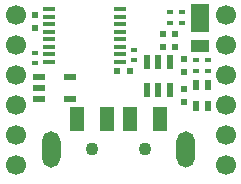
<source format=gbr>
G04 #@! TF.GenerationSoftware,KiCad,Pcbnew,(5.1.9-0-10_14)*
G04 #@! TF.CreationDate,2021-02-12T10:42:39+01:00*
G04 #@! TF.ProjectId,l0_USBA,6c305f55-5342-4412-9e6b-696361645f70,rev?*
G04 #@! TF.SameCoordinates,Original*
G04 #@! TF.FileFunction,Soldermask,Top*
G04 #@! TF.FilePolarity,Negative*
%FSLAX46Y46*%
G04 Gerber Fmt 4.6, Leading zero omitted, Abs format (unit mm)*
G04 Created by KiCad (PCBNEW (5.1.9-0-10_14)) date 2021-02-12 10:42:39*
%MOMM*%
%LPD*%
G01*
G04 APERTURE LIST*
%ADD10C,1.100000*%
%ADD11R,1.200000X2.000000*%
%ADD12R,0.600000X1.200000*%
%ADD13R,1.000000X0.300000*%
%ADD14R,1.500000X2.410000*%
%ADD15R,1.500000X1.050000*%
%ADD16R,0.500000X0.850000*%
%ADD17C,1.700000*%
%ADD18R,0.500000X0.600000*%
%ADD19R,0.600000X0.500000*%
%ADD20R,0.600000X0.400000*%
%ADD21R,1.100000X0.600000*%
G04 APERTURE END LIST*
D10*
X95050000Y-118750000D03*
X90550000Y-118750000D03*
D11*
X93800000Y-116150000D03*
X91800000Y-116150000D03*
X96300000Y-116150000D03*
X89300000Y-116150000D03*
G36*
G01*
X97700000Y-119500000D02*
X97700000Y-118000000D01*
G75*
G02*
X98500000Y-117200000I800000J0D01*
G01*
X98500000Y-117200000D01*
G75*
G02*
X99300000Y-118000000I0J-800000D01*
G01*
X99300000Y-119500000D01*
G75*
G02*
X98500000Y-120300000I-800000J0D01*
G01*
X98500000Y-120300000D01*
G75*
G02*
X97700000Y-119500000I0J800000D01*
G01*
G37*
G36*
G01*
X86300000Y-119500000D02*
X86300000Y-118000000D01*
G75*
G02*
X87100000Y-117200000I800000J0D01*
G01*
X87100000Y-117200000D01*
G75*
G02*
X87900000Y-118000000I0J-800000D01*
G01*
X87900000Y-119500000D01*
G75*
G02*
X87100000Y-120300000I-800000J0D01*
G01*
X87100000Y-120300000D01*
G75*
G02*
X86300000Y-119500000I0J800000D01*
G01*
G37*
D12*
X97135000Y-111377000D03*
X96185000Y-111377000D03*
X95235000Y-111377000D03*
X97135000Y-113677000D03*
X96185000Y-113677000D03*
X95235000Y-113677000D03*
D13*
X92959200Y-106880500D03*
X92959200Y-107515500D03*
X92959200Y-108150500D03*
X92959200Y-108785500D03*
X92959200Y-109420500D03*
X92959200Y-110055500D03*
X92959200Y-110690500D03*
X92959200Y-111325500D03*
X86964800Y-111325500D03*
X86964800Y-110690500D03*
X86964800Y-110055500D03*
X86964800Y-109420500D03*
X86964800Y-108785500D03*
X86964800Y-108150500D03*
X86964800Y-107515500D03*
X86964800Y-106880500D03*
D14*
X99741000Y-107613000D03*
D15*
X99741000Y-109988000D03*
D16*
X99360500Y-113308000D03*
X99360500Y-115058000D03*
X100360500Y-113308000D03*
X100360500Y-115058000D03*
D17*
X101887500Y-109865000D03*
X101887500Y-107325000D03*
X101887500Y-117485000D03*
X101887500Y-112405000D03*
X101887500Y-120025000D03*
X84112500Y-107325000D03*
X84112500Y-117485000D03*
X84112500Y-112405000D03*
X101887500Y-114945000D03*
X84112500Y-114945000D03*
X84112500Y-120025000D03*
X84112500Y-109865000D03*
D18*
X98344000Y-111088000D03*
X98344000Y-112188000D03*
X97574500Y-110034000D03*
X97574500Y-108934000D03*
X96558500Y-110034000D03*
X96558500Y-108934000D03*
X85771000Y-107405000D03*
X85771000Y-108505000D03*
X98344000Y-113628000D03*
X98344000Y-114728000D03*
D19*
X93814000Y-112146000D03*
X92714000Y-112146000D03*
D20*
X100368500Y-112093000D03*
X100368500Y-111193000D03*
X99352500Y-112093000D03*
X99352500Y-111193000D03*
X97193500Y-107129000D03*
X97193500Y-108029000D03*
X98209500Y-108029000D03*
X98209500Y-107129000D03*
X94153000Y-110299000D03*
X94153000Y-111199000D03*
X85771000Y-111453000D03*
X85771000Y-110553000D03*
D21*
X86114500Y-112593000D03*
X86114500Y-113543000D03*
X86114500Y-114493000D03*
X88714500Y-114493000D03*
X88714500Y-112593000D03*
M02*

</source>
